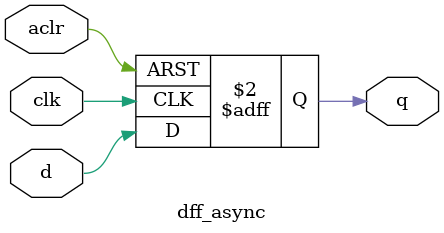
<source format=v>
/*

    . Signals being synchronous or asynchronous is controlled by the way they are included in the sensitivity list.
    . Asynchronous signals are included in the sensitivity list.

*/

// SYNCHRONOUS PRESET AND CLEAR
module dff_sync
    (
        input      d, clk, sclr, spre,
        output reg q
    );

    always @ (posedge clk)
        begin
            if (sclr)      q <= 1'b0;
            else if (spre) q <= 1'b1;
            else           q <= d;
        end

endmodule

// ASYNCHRONOUS CLEAR
module dff_async
    (
        input      d, clk, aclr,
        output reg q
    );

    always @ (posedge clk, posedge aclr)
        begin
            if (aclr) q <= 1'b0;
            else      q <= d;
        end

endmodule

</source>
